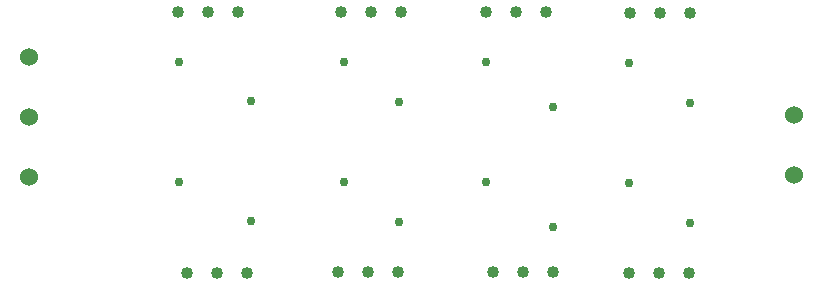
<source format=gbr>
G04 PROTEUS GERBER X2 FILE*
%TF.GenerationSoftware,Labcenter,Proteus,8.13-SP0-Build31525*%
%TF.CreationDate,2025-01-18T15:37:42+00:00*%
%TF.FileFunction,Plated,1,2,PTH*%
%TF.FilePolarity,Positive*%
%TF.Part,Single*%
%TF.SameCoordinates,{6578d0ff-8a4d-4828-9911-fb9daf4c42ae}*%
%FSLAX45Y45*%
%MOMM*%
G01*
%TA.AperFunction,ComponentDrill*%
%ADD27C,1.524000*%
%ADD28C,1.016000*%
%TA.AperFunction,ComponentDrill*%
%ADD29C,0.762000*%
%TD.AperFunction*%
D27*
X+600000Y+2520000D03*
X+600000Y+2012000D03*
X+600000Y+1504000D03*
D28*
X+1866000Y+2900000D03*
X+2120000Y+2900000D03*
X+2374000Y+2900000D03*
X+3246000Y+2900000D03*
X+3500000Y+2900000D03*
X+3754000Y+2900000D03*
X+4476000Y+2900000D03*
X+4730000Y+2900000D03*
X+4984000Y+2900000D03*
X+5696000Y+2890000D03*
X+5950000Y+2890000D03*
X+6204000Y+2890000D03*
D29*
X+4470000Y+1460000D03*
X+4470000Y+2476000D03*
X+1870000Y+1460000D03*
X+1870000Y+2476000D03*
X+3270000Y+1460000D03*
X+3270000Y+2476000D03*
X+5680000Y+1450000D03*
X+5680000Y+2466000D03*
D28*
X+2450000Y+690000D03*
X+2196000Y+690000D03*
X+1942000Y+690000D03*
X+3730000Y+700000D03*
X+3476000Y+700000D03*
X+3222000Y+700000D03*
X+5038000Y+700000D03*
X+4784000Y+700000D03*
X+4530000Y+700000D03*
D27*
X+7080000Y+2030000D03*
X+7080000Y+1522000D03*
D28*
X+6194000Y+690000D03*
X+5940000Y+690000D03*
X+5686000Y+690000D03*
D29*
X+3740000Y+2140000D03*
X+3740000Y+1124000D03*
X+6200000Y+2130000D03*
X+6200000Y+1114000D03*
X+2480000Y+2150000D03*
X+2480000Y+1134000D03*
X+5040000Y+2100000D03*
X+5040000Y+1084000D03*
M02*

</source>
